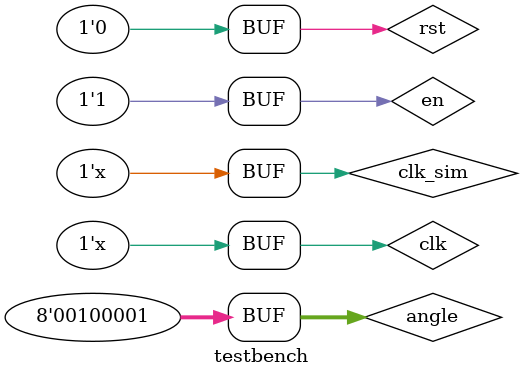
<source format=v>
/* ------------------------------------------------ *
 * Title       : Pmod CON3 Simulation               *
 * Project     : Pmod CON3 Interface                *
 * ------------------------------------------------ *
 * File        : con3_sim.v                         *
 * Author      : Yigit Suoglu                       *
 * Last Edit   : 30/05/2021                         *
 * ------------------------------------------------ *
 * Description : Simulation for CON3 interface      *
 * ------------------------------------------------ */
`timescale 1ns / 1ps
// `include "Pmods/CON3/Sources/con3.v"

module testbench();
  reg clk, rst, clk_sim, en;
  wire servo,clk_256kHz;
  reg [7:0] angle;

  always #5 clk <= ~clk;
  always #50 clk_sim <= ~clk_sim;

  con3 uut(clk, rst, clk_sim, en, servo, angle);
  con3_clk_gen uut_clkgen(clk,rst, clk_256kHz);
  con3 #(1,1) uut1(clk, rst, clk_sim, en, , angle);
  con3 #(1,8) uut2(clk, rst, clk_sim, en, , angle);
  con3 #(1,18) uut3(clk, rst, clk_sim, en, , angle);

  initial begin
    clk = 0;
    rst = 0;
    clk_sim = 0;
    en = 0;
    angle = 8'h0;
    #3
    rst = 1;
    #10
    rst = 0;
    #1000
    en = 1;
    #100000
    angle = 8'h80;
    #100000
    angle = 8'hFF;
    #100000
    angle = 8'h21;
  end
endmodule
</source>
